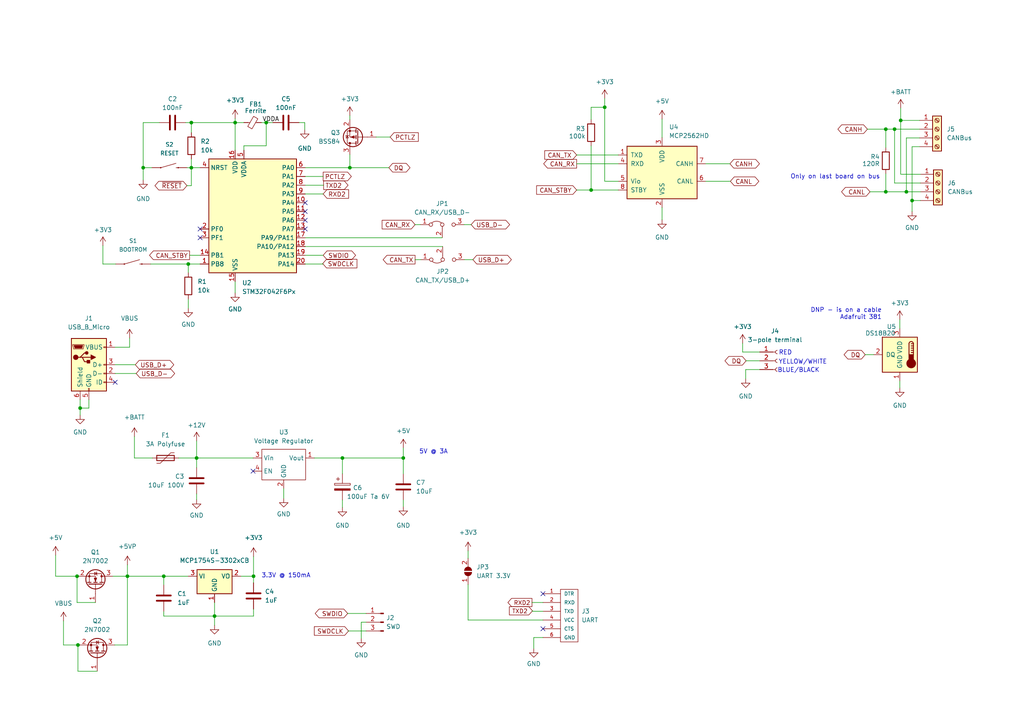
<source format=kicad_sch>
(kicad_sch (version 20211123) (generator eeschema)
  (paper "A4")
  (title_block (title "CANBus DS1820 Sensor") (date "2023-02-28") (rev "1.0") (company "Gavin Hurlbut"))
  (lib_symbols
    (symbol "+BATT_1" (power) (pin_names (offset 0))
      (property "Value" "+BATT_1" (at 0 3.556 0))
      (symbol "+BATT_1_0_1"
        (polyline (pts (xy -0.762 1.27) (xy 0 2.54)))
        (polyline (pts (xy 0 0) (xy 0 2.54)))
        (polyline (pts (xy 0 2.54) (xy 0.762 1.27)))
      )
      (symbol "+BATT_1_1_1"
        (pin power_in line (at 0 0 90) (length 0) hide (name "+BATT") (number "1"))
      )
    )
    (symbol "Beirdo:FTDI-TARGET" (pin_names (offset 1.016))
      (property "Reference" "J?" (at -1.27 1.27 0))
      (property "Value" "FTDI-TARGET" (at -6.35 -17.78 0))
      (symbol "FTDI-TARGET_0_1"
        (rectangle (start -2.54 0) (end 2.54 -15.24))
      )
      (symbol "FTDI-TARGET_1_1"
        (pin passive line (at -7.62 -1.27 0) (length 5.08) (name "DTR") (number "1"))
        (pin passive line (at -7.62 -3.81 0) (length 5.08) (name "RXD") (number "2"))
        (pin passive line (at -7.62 -6.35 0) (length 5.08) (name "TXD") (number "3"))
        (pin passive line (at -7.62 -8.89 0) (length 5.08) (name "VCC") (number "4"))
        (pin passive line (at -7.62 -11.43 0) (length 5.08) (name "CTS") (number "5"))
        (pin passive line (at -7.62 -13.97 0) (length 5.08) (name "GND") (number "6"))
      )
    )
    (symbol "Beirdo:MOMENTARY-SWITCH-SPST-PTH-6.0MM" (pin_numbers hide) (pin_names (offset 1.016) hide)
      (property "Reference" "S1" (at 0 6.731 0))
      (property "Value" "MOMENTARY-SWITCH-SPST-PTH-6.0MM" (at 0 4.191 0))
      (symbol "MOMENTARY-SWITCH-SPST-PTH-6.0MM_1_0"
        (polyline (pts (xy -2.54 0) (xy 1.905 1.27)))
        (polyline (pts (xy 1.905 0) (xy 2.54 0)))
      )
      (symbol "MOMENTARY-SWITCH-SPST-PTH-6.0MM_1_1"
        (circle (center -2.54 0) (radius 0.127) (fill (type outline)))
        (circle (center 2.54 0) (radius 0.127) (fill (type outline)))
        (pin passive line (at -5.08 0 0) (length 2.54) (name "1") (number "1"))
        (pin passive line (at -5.08 -1.27 0) (length 2.54) hide (name "1") (number "2"))
        (pin passive line (at 5.08 0 180) (length 2.54) (name "2") (number "3"))
        (pin passive line (at 5.08 -1.27 180) (length 2.54) hide (name "2") (number "4"))
      )
    )
    (symbol "Beirdo:Switching_Regulator_Module"
      (property "Reference" "U?" (at 0 5.08 0))
      (property "Value" "Switching_Regulator_Module" (at 0 2.54 0))
      (symbol "Switching_Regulator_Module_0_1"
        (rectangle (start -6.35 0) (end 6.35 -8.89))
      )
      (symbol "Switching_Regulator_Module_1_1"
        (pin power_out line (at 8.89 -2.54 180) (length 2.54) (name "Vout") (number "1"))
        (pin passive line (at 0 -11.43 90) (length 2.54) (name "GND") (number "2"))
        (pin power_in line (at -8.89 -2.54 0) (length 2.54) (name "Vin") (number "3"))
        (pin input line (at -8.89 -6.35 0) (length 2.54) (name "EN") (number "4"))
      )
    )
    (symbol "Connector:Conn_01x03_Female" (pin_names (offset 1.016) hide)
      (property "Reference" "J" (at 0 5.08 0))
      (property "Value" "Conn_01x03_Female" (at 0 -5.08 0))
      (symbol "Conn_01x03_Female_1_1"
        (arc (start 0 -2.032) (mid -0.508 -2.54) (end 0 -3.048) (stroke (width 0.1524)))
        (polyline (pts (xy -1.27 -2.54) (xy -0.508 -2.54)) (stroke (width 0.1524)))
        (polyline (pts (xy -1.27 0) (xy -0.508 0)) (stroke (width 0.1524)))
        (polyline (pts (xy -1.27 2.54) (xy -0.508 2.54)) (stroke (width 0.1524)))
        (arc (start 0 0.508) (mid -0.508 0) (end 0 -0.508) (stroke (width 0.1524)))
        (arc (start 0 3.048) (mid -0.508 2.54) (end 0 2.032) (stroke (width 0.1524)))
        (pin passive line (at -5.08 2.54 0) (length 3.81) (name "Pin_1") (number "1"))
        (pin passive line (at -5.08 0 0) (length 3.81) (name "Pin_2") (number "2"))
        (pin passive line (at -5.08 -2.54 0) (length 3.81) (name "Pin_3") (number "3"))
      )
    )
    (symbol "Connector:Conn_01x03_Male" (pin_names (offset 1.016) hide)
      (property "Reference" "J" (at 0 5.08 0))
      (property "Value" "Conn_01x03_Male" (at 0 -5.08 0))
      (symbol "Conn_01x03_Male_1_1"
        (polyline (pts (xy 1.27 -2.54) (xy 0.8636 -2.54)) (stroke (width 0.1524)))
        (polyline (pts (xy 1.27 0) (xy 0.8636 0)) (stroke (width 0.1524)))
        (polyline (pts (xy 1.27 2.54) (xy 0.8636 2.54)) (stroke (width 0.1524)))
        (rectangle (start 0.8636 -2.413) (end 0 -2.667) (stroke (width 0.1524)) (fill (type outline)))
        (rectangle (start 0.8636 0.127) (end 0 -0.127) (stroke (width 0.1524)) (fill (type outline)))
        (rectangle (start 0.8636 2.667) (end 0 2.413) (stroke (width 0.1524)) (fill (type outline)))
        (pin passive line (at 5.08 2.54 180) (length 3.81) (name "Pin_1") (number "1"))
        (pin passive line (at 5.08 0 180) (length 3.81) (name "Pin_2") (number "2"))
        (pin passive line (at 5.08 -2.54 180) (length 3.81) (name "Pin_3") (number "3"))
      )
    )
    (symbol "Connector:Screw_Terminal_01x04" (pin_names (offset 1.016) hide)
      (property "Reference" "J" (at 0 5.08 0))
      (property "Value" "Screw_Terminal_01x04" (at 0 -7.62 0))
      (symbol "Screw_Terminal_01x04_1_1"
        (rectangle (start -1.27 3.81) (end 1.27 -6.35) (stroke (width 0.254)) (fill (type background)))
        (circle (center 0 -5.08) (radius 0.635) (stroke (width 0.1524)))
        (circle (center 0 -2.54) (radius 0.635) (stroke (width 0.1524)))
        (polyline (pts (xy -0.5334 -4.7498) (xy 0.3302 -5.588)) (stroke (width 0.1524)))
        (polyline (pts (xy -0.5334 -2.2098) (xy 0.3302 -3.048)) (stroke (width 0.1524)))
        (polyline (pts (xy -0.5334 0.3302) (xy 0.3302 -0.508)) (stroke (width 0.1524)))
        (polyline (pts (xy -0.5334 2.8702) (xy 0.3302 2.032)) (stroke (width 0.1524)))
        (polyline (pts (xy -0.3556 -4.572) (xy 0.508 -5.4102)) (stroke (width 0.1524)))
        (polyline (pts (xy -0.3556 -2.032) (xy 0.508 -2.8702)) (stroke (width 0.1524)))
        (polyline (pts (xy -0.3556 0.508) (xy 0.508 -0.3302)) (stroke (width 0.1524)))
        (polyline (pts (xy -0.3556 3.048) (xy 0.508 2.2098)) (stroke (width 0.1524)))
        (circle (center 0 0) (radius 0.635) (stroke (width 0.1524)))
        (circle (center 0 2.54) (radius 0.635) (stroke (width 0.1524)))
        (pin passive line (at -5.08 2.54 0) (length 3.81) (name "Pin_1") (number "1"))
        (pin passive line (at -5.08 0 0) (length 3.81) (name "Pin_2") (number "2"))
        (pin passive line (at -5.08 -2.54 0) (length 3.81) (name "Pin_3") (number "3"))
        (pin passive line (at -5.08 -5.08 0) (length 3.81) (name "Pin_4") (number "4"))
      )
    )
    (symbol "Connector:USB_B_Micro" (pin_names (offset 1.016))
      (property "Reference" "J" (at -5.08 11.43 0))
      (property "Value" "USB_B_Micro" (at -5.08 8.89 0))
      (symbol "USB_B_Micro_0_1"
        (rectangle (start -5.08 -7.62) (end 5.08 7.62) (stroke (width 0.254)) (fill (type background)))
        (circle (center -3.81 2.159) (radius 0.635) (stroke (width 0.254)) (fill (type outline)))
        (circle (center -0.635 3.429) (radius 0.381) (stroke (width 0.254)) (fill (type outline)))
        (rectangle (start -0.127 -7.62) (end 0.127 -6.858))
        (polyline (pts (xy -1.905 2.159) (xy 0.635 2.159)) (stroke (width 0.254)))
        (polyline (pts (xy -3.175 2.159) (xy -2.54 2.159) (xy -1.27 3.429) (xy -0.635 3.429)) (stroke (width 0.254)))
        (polyline (pts (xy -2.54 2.159) (xy -1.905 2.159) (xy -1.27 0.889) (xy 0 0.889)) (stroke (width 0.254)))
        (polyline (pts (xy 0.635 2.794) (xy 0.635 1.524) (xy 1.905 2.159) (xy 0.635 2.794)) (stroke (width 0.254)) (fill (type outline)))
        (polyline (pts (xy -4.318 5.588) (xy -1.778 5.588) (xy -2.032 4.826) (xy -4.064 4.826) (xy -4.318 5.588)) (fill (type outline)))
        (polyline (pts (xy -4.699 5.842) (xy -4.699 5.588) (xy -4.445 4.826) (xy -4.445 4.572) (xy -1.651 4.572) (xy -1.651 4.826) (xy -1.397 5.588) (xy -1.397 5.842) (xy -4.699 5.842)))
        (rectangle (start 0.254 1.27) (end -0.508 0.508) (stroke (width 0.254)) (fill (type outline)))
        (rectangle (start 5.08 -5.207) (end 4.318 -4.953))
        (rectangle (start 5.08 -2.667) (end 4.318 -2.413))
        (rectangle (start 5.08 -0.127) (end 4.318 0.127))
        (rectangle (start 5.08 4.953) (end 4.318 5.207))
      )
      (symbol "USB_B_Micro_1_1"
        (pin power_out line (at 7.62 5.08 180) (length 2.54) (name "VBUS") (number "1"))
        (pin bidirectional line (at 7.62 -2.54 180) (length 2.54) (name "D-") (number "2"))
        (pin bidirectional line (at 7.62 0 180) (length 2.54) (name "D+") (number "3"))
        (pin passive line (at 7.62 -5.08 180) (length 2.54) (name "ID") (number "4"))
        (pin power_out line (at 0 -10.16 90) (length 2.54) (name "GND") (number "5"))
        (pin passive line (at -2.54 -10.16 90) (length 2.54) (name "Shield") (number "6"))
      )
    )
    (symbol "Device:C" (pin_numbers hide) (pin_names (offset 0.254))
      (property "Reference" "C" (at 0.635 2.54 0))
      (property "Value" "C" (at 0.635 -2.54 0))
      (symbol "C_0_1"
        (polyline (pts (xy -2.032 -0.762) (xy 2.032 -0.762)) (stroke (width 0.508)))
        (polyline (pts (xy -2.032 0.762) (xy 2.032 0.762)) (stroke (width 0.508)))
      )
      (symbol "C_1_1"
        (pin passive line (at 0 3.81 270) (length 2.794) (name "~") (number "1"))
        (pin passive line (at 0 -3.81 90) (length 2.794) (name "~") (number "2"))
      )
    )
    (symbol "Device:C_Polarized" (pin_numbers hide) (pin_names (offset 0.254))
      (property "Reference" "C" (at 0.635 2.54 0))
      (property "Value" "C_Polarized" (at 0.635 -2.54 0))
      (symbol "C_Polarized_0_1"
        (rectangle (start -2.286 0.508) (end 2.286 1.016))
        (polyline (pts (xy -1.778 2.286) (xy -0.762 2.286)))
        (polyline (pts (xy -1.27 2.794) (xy -1.27 1.778)))
        (rectangle (start 2.286 -0.508) (end -2.286 -1.016) (fill (type outline)))
      )
      (symbol "C_Polarized_1_1"
        (pin passive line (at 0 3.81 270) (length 2.794) (name "~") (number "1"))
        (pin passive line (at 0 -3.81 90) (length 2.794) (name "~") (number "2"))
      )
    )
    (symbol "Device:FerriteBead_Small" (pin_numbers hide) (pin_names (offset 0))
      (property "Reference" "FB" (at 1.905 1.27 0))
      (property "Value" "FerriteBead_Small" (at 1.905 -1.27 0))
      (symbol "FerriteBead_Small_0_1"
        (polyline (pts (xy 0 -1.27) (xy 0 -0.7874)))
        (polyline (pts (xy 0 0.889) (xy 0 1.2954)))
        (polyline (pts (xy -1.8288 0.2794) (xy -1.1176 1.4986) (xy 1.8288 -0.2032) (xy 1.1176 -1.4224) (xy -1.8288 0.2794)))
      )
      (symbol "FerriteBead_Small_1_1"
        (pin passive line (at 0 2.54 270) (length 1.27) (name "~") (number "1"))
        (pin passive line (at 0 -2.54 90) (length 1.27) (name "~") (number "2"))
      )
    )
    (symbol "Device:Polyfuse" (pin_numbers hide) (pin_names (offset 0))
      (property "Reference" "F" (at -2.54 0 90))
      (property "Value" "Polyfuse" (at 2.54 0 90))
      (symbol "Polyfuse_0_1"
        (rectangle (start -0.762 2.54) (end 0.762 -2.54) (stroke (width 0.254)))
        (polyline (pts (xy 0 2.54) (xy 0 -2.54)))
        (polyline (pts (xy -1.524 2.54) (xy -1.524 1.524) (xy 1.524 -1.524) (xy 1.524 -2.54)))
      )
      (symbol "Polyfuse_1_1"
        (pin passive line (at 0 3.81 270) (length 1.27) (name "~") (number "1"))
        (pin passive line (at 0 -3.81 90) (length 1.27) (name "~") (number "2"))
      )
    )
    (symbol "Device:R" (pin_numbers hide) (pin_names (offset 0))
      (property "Reference" "R" (at 2.032 0 90))
      (property "Value" "R" (at 0 0 90))
      (symbol "R_0_1"
        (rectangle (start -1.016 -2.54) (end 1.016 2.54) (stroke (width 0.254)))
      )
      (symbol "R_1_1"
        (pin passive line (at 0 3.81 270) (length 1.27) (name "~") (number "1"))
        (pin passive line (at 0 -3.81 90) (length 1.27) (name "~") (number "2"))
      )
    )
    (symbol "GND_2" (power) (pin_names (offset 0))
      (property "Value" "GND_2" (at 0 -3.81 0))
      (symbol "GND_2_0_1"
        (polyline (pts (xy 0 0) (xy 0 -1.27) (xy 1.27 -1.27) (xy 0 -2.54) (xy -1.27 -1.27) (xy 0 -1.27)))
      )
      (symbol "GND_2_1_1"
        (pin power_in line (at 0 0 270) (length 0) hide (name "GND") (number "1"))
      )
    )
    (symbol "Interface_CAN_LIN:MCP2562-H-SN" (pin_names (offset 1.016))
      (property "Reference" "U" (at -10.16 8.89 0))
      (property "Value" "MCP2562-H-SN" (at 2.54 8.89 0))
      (symbol "MCP2562-H-SN_0_1"
        (rectangle (start -10.16 7.62) (end 10.16 -7.62) (stroke (width 0.254)) (fill (type background)))
      )
      (symbol "MCP2562-H-SN_1_1"
        (pin input line (at -12.7 5.08 0) (length 2.54) (name "TXD") (number "1"))
        (pin power_in line (at 0 -10.16 90) (length 2.54) (name "VSS") (number "2"))
        (pin power_in line (at 0 10.16 270) (length 2.54) (name "VDD") (number "3"))
        (pin output line (at -12.7 2.54 0) (length 2.54) (name "RXD") (number "4"))
        (pin power_in line (at -12.7 -2.54 0) (length 2.54) (name "Vio") (number "5"))
        (pin bidirectional line (at 12.7 -2.54 180) (length 2.54) (name "CANL") (number "6"))
        (pin bidirectional line (at 12.7 2.54 180) (length 2.54) (name "CANH") (number "7"))
        (pin input line (at -12.7 -5.08 0) (length 2.54) (name "STBY") (number "8"))
      )
    )
    (symbol "Jumper:Jumper_3_Bridged12" (pin_names (offset 0) hide)
      (property "Reference" "JP" (at -2.54 -2.54 0))
      (property "Value" "Jumper_3_Bridged12" (at 0 2.794 0))
      (symbol "Jumper_3_Bridged12_0_0"
        (circle (center -3.302 0) (radius 0.508))
        (circle (center 0 0) (radius 0.508))
        (circle (center 3.302 0) (radius 0.508))
      )
      (symbol "Jumper_3_Bridged12_0_1"
        (arc (start -0.254 0.508) (mid -1.651 0.9912) (end -3.048 0.508))
        (polyline (pts (xy 0 -1.27) (xy 0 -0.508)))
      )
      (symbol "Jumper_3_Bridged12_1_1"
        (pin passive line (at -6.35 0 0) (length 2.54) (name "A") (number "1"))
        (pin passive line (at 0 -3.81 90) (length 2.54) (name "C") (number "2"))
        (pin passive line (at 6.35 0 180) (length 2.54) (name "B") (number "3"))
      )
    )
    (symbol "Jumper:SolderJumper_2_Open" (pin_names (offset 0) hide)
      (property "Reference" "JP" (at 0 2.032 0))
      (property "Value" "SolderJumper_2_Open" (at 0 -2.54 0))
      (symbol "SolderJumper_2_Open_0_1"
        (arc (start -0.254 1.016) (mid -1.27 0) (end -0.254 -1.016))
        (arc (start -0.254 1.016) (mid -1.27 0) (end -0.254 -1.016) (fill (type outline)))
        (polyline (pts (xy -0.254 1.016) (xy -0.254 -1.016)))
        (polyline (pts (xy 0.254 1.016) (xy 0.254 -1.016)))
        (arc (start 0.254 -1.016) (mid 1.27 0) (end 0.254 1.016))
        (arc (start 0.254 -1.016) (mid 1.27 0) (end 0.254 1.016) (fill (type outline)))
      )
      (symbol "SolderJumper_2_Open_1_1"
        (pin passive line (at -3.81 0 0) (length 2.54) (name "A") (number "1"))
        (pin passive line (at 3.81 0 180) (length 2.54) (name "B") (number "2"))
      )
    )
    (symbol "MCU_ST_STM32F0:STM32F042F6Px"
      (property "Reference" "U" (at -12.7 16.51 0))
      (property "Value" "STM32F042F6Px" (at 0 16.51 0))
      (symbol "STM32F042F6Px_0_1"
        (rectangle (start -12.7 -17.78) (end 12.7 15.24) (stroke (width 0.254)) (fill (type background)))
      )
      (symbol "STM32F042F6Px_1_1"
        (pin bidirectional line (at -15.24 -15.24 0) (length 2.54) (name "PB8") (number "1"))
        (pin bidirectional line (at 15.24 2.54 180) (length 2.54) (name "PA4") (number "10"))
        (pin bidirectional line (at 15.24 0 180) (length 2.54) (name "PA5") (number "11"))
        (pin bidirectional line (at 15.24 -2.54 180) (length 2.54) (name "PA6") (number "12"))
        (pin bidirectional line (at 15.24 -5.08 180) (length 2.54) (name "PA7") (number "13"))
        (pin bidirectional line (at -15.24 -12.7 0) (length 2.54) (name "PB1") (number "14"))
        (pin power_in line (at -5.08 -20.32 90) (length 2.54) (name "VSS") (number "15"))
        (pin power_in line (at -5.08 17.78 270) (length 2.54) (name "VDD") (number "16"))
        (pin bidirectional line (at 15.24 -7.62 180) (length 2.54) (name "PA9/PA11") (number "17"))
        (pin bidirectional line (at 15.24 -10.16 180) (length 2.54) (name "PA10/PA12") (number "18"))
        (pin bidirectional line (at 15.24 -12.7 180) (length 2.54) (name "PA13") (number "19"))
        (pin input line (at -15.24 -5.08 0) (length 2.54) (name "PF0") (number "2"))
        (pin bidirectional line (at 15.24 -15.24 180) (length 2.54) (name "PA14") (number "20"))
        (pin input line (at -15.24 -7.62 0) (length 2.54) (name "PF1") (number "3"))
        (pin input line (at -15.24 12.7 0) (length 2.54) (name "NRST") (number "4"))
        (pin power_in line (at -2.54 17.78 270) (length 2.54) (name "VDDA") (number "5"))
        (pin bidirectional line (at 15.24 12.7 180) (length 2.54) (name "PA0") (number "6"))
        (pin bidirectional line (at 15.24 10.16 180) (length 2.54) (name "PA1") (number "7"))
        (pin bidirectional line (at 15.24 7.62 180) (length 2.54) (name "PA2") (number "8"))
        (pin bidirectional line (at 15.24 5.08 180) (length 2.54) (name "PA3") (number "9"))
      )
    )
    (symbol "Regulator_Linear:MCP1754S-3302xCB"
      (property "Reference" "U" (at -3.81 3.175 0))
      (property "Value" "MCP1754S-3302xCB" (at -0.635 3.175 0))
      (symbol "MCP1754S-3302xCB_0_1"
        (rectangle (start -5.08 -5.08) (end 5.08 1.905) (stroke (width 0.254)) (fill (type background)))
      )
      (symbol "MCP1754S-3302xCB_1_1"
        (pin power_in line (at 0 -7.62 90) (length 2.54) (name "GND") (number "1"))
        (pin power_out line (at 7.62 0 180) (length 2.54) (name "VO") (number "2"))
        (pin power_in line (at -7.62 0 0) (length 2.54) (name "VI") (number "3"))
      )
    )
    (symbol "Sensor_Temperature:DS18B20" (pin_names (offset 1.016))
      (property "Reference" "U" (at -3.81 6.35 0))
      (property "Value" "DS18B20" (at 6.35 6.35 0))
      (symbol "DS18B20_0_1"
        (rectangle (start -5.08 5.08) (end 5.08 -5.08) (stroke (width 0.254)) (fill (type background)))
        (circle (center -3.302 -2.54) (radius 1.27) (stroke (width 0.254)) (fill (type outline)))
        (rectangle (start -2.667 -1.905) (end -3.937 0) (stroke (width 0.254)) (fill (type outline)))
        (arc (start -2.667 3.175) (mid -3.302 3.81) (end -3.937 3.175) (stroke (width 0.254)))
        (polyline (pts (xy -3.937 0.635) (xy -3.302 0.635)) (stroke (width 0.254)))
        (polyline (pts (xy -3.937 1.27) (xy -3.302 1.27)) (stroke (width 0.254)))
        (polyline (pts (xy -3.937 1.905) (xy -3.302 1.905)) (stroke (width 0.254)))
        (polyline (pts (xy -3.937 2.54) (xy -3.302 2.54)) (stroke (width 0.254)))
        (polyline (pts (xy -3.937 3.175) (xy -3.937 0)) (stroke (width 0.254)))
        (polyline (pts (xy -3.937 3.175) (xy -3.302 3.175)) (stroke (width 0.254)))
        (polyline (pts (xy -2.667 3.175) (xy -2.667 0)) (stroke (width 0.254)))
      )
      (symbol "DS18B20_1_1"
        (pin power_in line (at 0 -7.62 90) (length 2.54) (name "GND") (number "1"))
        (pin bidirectional line (at 7.62 0 180) (length 2.54) (name "DQ") (number "2"))
        (pin power_in line (at 0 7.62 270) (length 2.54) (name "VDD") (number "3"))
      )
    )
    (symbol "Transistor_FET:2N7002" (pin_names hide)
      (property "Reference" "Q" (at 5.08 1.905 0))
      (property "Value" "2N7002" (at 5.08 0 0))
      (symbol "2N7002_0_1"
        (polyline (pts (xy 0.254 0) (xy -2.54 0)))
        (polyline (pts (xy 0.254 1.905) (xy 0.254 -1.905)) (stroke (width 0.254)))
        (polyline (pts (xy 0.762 -1.27) (xy 0.762 -2.286)) (stroke (width 0.254)))
        (polyline (pts (xy 0.762 0.508) (xy 0.762 -0.508)) (stroke (width 0.254)))
        (polyline (pts (xy 0.762 2.286) (xy 0.762 1.27)) (stroke (width 0.254)))
        (polyline (pts (xy 2.54 2.54) (xy 2.54 1.778)))
        (polyline (pts (xy 2.54 -2.54) (xy 2.54 0) (xy 0.762 0)))
        (polyline (pts (xy 0.762 -1.778) (xy 3.302 -1.778) (xy 3.302 1.778) (xy 0.762 1.778)))
        (polyline (pts (xy 1.016 0) (xy 2.032 0.381) (xy 2.032 -0.381) (xy 1.016 0)) (fill (type outline)))
        (polyline (pts (xy 2.794 0.508) (xy 2.921 0.381) (xy 3.683 0.381) (xy 3.81 0.254)))
        (polyline (pts (xy 3.302 0.381) (xy 2.921 -0.254) (xy 3.683 -0.254) (xy 3.302 0.381)))
        (circle (center 1.651 0) (radius 2.794) (stroke (width 0.254)))
        (circle (center 2.54 -1.778) (radius 0.254) (fill (type outline)))
        (circle (center 2.54 1.778) (radius 0.254) (fill (type outline)))
      )
      (symbol "2N7002_1_1"
        (pin input line (at -5.08 0 0) (length 2.54) (name "G") (number "1"))
        (pin passive line (at 2.54 -5.08 90) (length 2.54) (name "S") (number "2"))
        (pin passive line (at 2.54 5.08 270) (length 2.54) (name "D") (number "3"))
      )
    )
    (symbol "Transistor_FET:BSS84" (pin_names hide)
      (property "Reference" "Q" (at 5.08 1.905 0))
      (property "Value" "BSS84" (at 5.08 0 0))
      (symbol "BSS84_0_1"
        (polyline (pts (xy 0.254 0) (xy -2.54 0)))
        (polyline (pts (xy 0.254 1.905) (xy 0.254 -1.905)) (stroke (width 0.254)))
        (polyline (pts (xy 0.762 -1.27) (xy 0.762 -2.286)) (stroke (width 0.254)))
        (polyline (pts (xy 0.762 0.508) (xy 0.762 -0.508)) (stroke (width 0.254)))
        (polyline (pts (xy 0.762 2.286) (xy 0.762 1.27)) (stroke (width 0.254)))
        (polyline (pts (xy 2.54 2.54) (xy 2.54 1.778)))
        (polyline (pts (xy 2.54 -2.54) (xy 2.54 0) (xy 0.762 0)))
        (polyline (pts (xy 0.762 1.778) (xy 3.302 1.778) (xy 3.302 -1.778) (xy 0.762 -1.778)))
        (polyline (pts (xy 2.286 0) (xy 1.27 0.381) (xy 1.27 -0.381) (xy 2.286 0)) (fill (type outline)))
        (polyline (pts (xy 2.794 -0.508) (xy 2.921 -0.381) (xy 3.683 -0.381) (xy 3.81 -0.254)))
        (polyline (pts (xy 3.302 -0.381) (xy 2.921 0.254) (xy 3.683 0.254) (xy 3.302 -0.381)))
        (circle (center 1.651 0) (radius 2.794) (stroke (width 0.254)))
        (circle (center 2.54 -1.778) (radius 0.254) (fill (type outline)))
        (circle (center 2.54 1.778) (radius 0.254) (fill (type outline)))
      )
      (symbol "BSS84_1_1"
        (pin input line (at -5.08 0 0) (length 2.54) (name "G") (number "1"))
        (pin passive line (at 2.54 -5.08 90) (length 2.54) (name "S") (number "2"))
        (pin passive line (at 2.54 5.08 270) (length 2.54) (name "D") (number "3"))
      )
    )
    (symbol "power:+12V" (power) (pin_names (offset 0))
      (property "Value" "+12V" (at 0 3.556 0))
      (symbol "+12V_0_1"
        (polyline (pts (xy -0.762 1.27) (xy 0 2.54)))
        (polyline (pts (xy 0 0) (xy 0 2.54)))
        (polyline (pts (xy 0 2.54) (xy 0.762 1.27)))
      )
      (symbol "+12V_1_1"
        (pin power_in line (at 0 0 90) (length 0) hide (name "+12V") (number "1"))
      )
    )
    (symbol "power:+3V3" (power) (pin_names (offset 0))
      (property "Value" "+3V3" (at 0 3.556 0))
      (symbol "+3V3_0_1"
        (polyline (pts (xy -0.762 1.27) (xy 0 2.54)))
        (polyline (pts (xy 0 0) (xy 0 2.54)))
        (polyline (pts (xy 0 2.54) (xy 0.762 1.27)))
      )
      (symbol "+3V3_1_1"
        (pin power_in line (at 0 0 90) (length 0) hide (name "+3V3") (number "1"))
      )
    )
    (symbol "power:+5V" (power) (pin_names (offset 0))
      (property "Value" "+5V" (at 0 3.556 0))
      (symbol "+5V_0_1"
        (polyline (pts (xy -0.762 1.27) (xy 0 2.54)))
        (polyline (pts (xy 0 0) (xy 0 2.54)))
        (polyline (pts (xy 0 2.54) (xy 0.762 1.27)))
      )
      (symbol "+5V_1_1"
        (pin power_in line (at 0 0 90) (length 0) hide (name "+5V") (number "1"))
      )
    )
    (symbol "power:+5VP" (power) (pin_names (offset 0))
      (property "Value" "+5VP" (at 0 3.556 0))
      (symbol "+5VP_0_1"
        (polyline (pts (xy -0.762 1.27) (xy 0 2.54)))
        (polyline (pts (xy 0 0) (xy 0 2.54)))
        (polyline (pts (xy 0 2.54) (xy 0.762 1.27)))
      )
      (symbol "+5VP_1_1"
        (pin power_in line (at 0 0 90) (length 0) hide (name "+5VP") (number "1"))
      )
    )
    (symbol "power:+BATT" (power) (pin_names (offset 0))
      (property "Value" "+BATT" (at 0 3.556 0))
      (symbol "+BATT_0_1"
        (polyline (pts (xy -0.762 1.27) (xy 0 2.54)))
        (polyline (pts (xy 0 0) (xy 0 2.54)))
        (polyline (pts (xy 0 2.54) (xy 0.762 1.27)))
      )
      (symbol "+BATT_1_1"
        (pin power_in line (at 0 0 90) (length 0) hide (name "+BATT") (number "1"))
      )
    )
    (symbol "power:GND" (power) (pin_names (offset 0))
      (property "Value" "GND" (at 0 -3.81 0))
      (symbol "GND_0_1"
        (polyline (pts (xy 0 0) (xy 0 -1.27) (xy 1.27 -1.27) (xy 0 -2.54) (xy -1.27 -1.27) (xy 0 -1.27)))
      )
      (symbol "GND_1_1"
        (pin power_in line (at 0 0 270) (length 0) hide (name "GND") (number "1"))
      )
    )
    (symbol "power:VBUS" (power) (pin_names (offset 0))
      (property "Value" "VBUS" (at 0 3.81 0))
      (symbol "VBUS_0_1"
        (polyline (pts (xy -0.762 1.27) (xy 0 2.54)))
        (polyline (pts (xy 0 0) (xy 0 2.54)))
        (polyline (pts (xy 0 2.54) (xy 0.762 1.27)))
      )
      (symbol "VBUS_1_1"
        (pin power_in line (at 0 0 90) (length 0) hide (name "VBUS") (number "1"))
      )
    )
  )
  (junction (at 261.239 34.925))
  (junction (at 22.352 167.132))
  (junction (at 36.957 167.132))
  (junction (at 47.498 167.132))
  (junction (at 256.921 55.626))
  (junction (at 256.921 37.465))
  (junction (at 55.499 48.641))
  (junction (at 264.541 58.166))
  (junction (at 262.89 55.626))
  (junction (at 101.473 48.641))
  (junction (at 62.23 178.689))
  (junction (at 116.967 132.842))
  (junction (at 54.61 76.581))
  (junction (at 77.216 35.56))
  (junction (at 259.461 37.465))
  (junction (at 41.529 48.641))
  (junction (at 99.314 132.842))
  (junction (at 175.387 31.115))
  (junction (at 55.499 35.56))
  (junction (at 57.023 132.842))
  (junction (at 23.241 118.364))
  (junction (at 22.606 187.071))
  (junction (at 171.45 55.118))
  (junction (at 68.199 35.56))
  (junction (at 73.533 167.132))
  (no_connect (at 157.48 172.212))
  (no_connect (at 88.519 63.881))
  (no_connect (at 157.48 182.372))
  (no_connect (at 88.519 58.801))
  (no_connect (at 58.039 68.961))
  (no_connect (at 88.519 66.421))
  (no_connect (at 33.401 110.871))
  (no_connect (at 58.039 66.421))
  (no_connect (at 88.519 61.341))
  (no_connect (at 73.406 136.652))
  (wire (pts (xy 261.239 50.546) (xy 266.954 50.546)))
  (wire (pts (xy 33.401 105.791) (xy 39.243 105.791)))
  (wire (pts (xy 88.519 68.961) (xy 128.27 68.961)))
  (wire (pts (xy 77.216 35.56) (xy 79.121 35.56)))
  (wire (pts (xy 68.199 81.661) (xy 68.199 84.963)))
  (wire (pts (xy 215.392 102.108) (xy 215.392 99.568)))
  (wire (pts (xy 44.069 48.641) (xy 41.529 48.641)))
  (wire (pts (xy 55.499 38.481) (xy 55.499 35.56)))
  (wire (pts (xy 88.519 48.641) (xy 101.473 48.641)))
  (wire (pts (xy 264.541 61.341) (xy 264.541 58.166)))
  (wire (pts (xy 262.89 55.626) (xy 266.954 55.626)))
  (wire (pts (xy 256.921 55.626) (xy 262.89 55.626)))
  (wire (pts (xy 216.281 107.188) (xy 216.281 109.855)))
  (wire (pts (xy 135.763 179.832) (xy 157.48 179.832)))
  (wire (pts (xy 120.396 75.311) (xy 122.047 75.311)))
  (wire (pts (xy 54.229 48.641) (xy 55.499 48.641)))
  (wire (pts (xy 261.239 31.369) (xy 261.239 34.925)))
  (wire (pts (xy 260.985 110.49) (xy 260.985 112.522)))
  (wire (pts (xy 38.989 132.842) (xy 38.989 126.619)))
  (wire (pts (xy 47.498 177.292) (xy 47.498 178.689)))
  (wire (pts (xy 260.985 92.71) (xy 260.985 95.25)))
  (wire (pts (xy 55.499 46.101) (xy 55.499 48.641)))
  (wire (pts (xy 51.816 132.842) (xy 57.023 132.842)))
  (wire (pts (xy 93.599 76.581) (xy 93.599 76.454)))
  (wire (pts (xy 100.965 183.007) (xy 106.172 183.007)))
  (wire (pts (xy 68.199 34.417) (xy 68.199 35.56)))
  (wire (pts (xy 121.92 65.151) (xy 120.396 65.151)))
  (wire (pts (xy 41.529 35.56) (xy 46.228 35.56)))
  (wire (pts (xy 88.519 51.181) (xy 93.726 51.181)))
  (wire (pts (xy 41.529 48.641) (xy 41.529 52.197)))
  (wire (pts (xy 37.592 100.711) (xy 37.592 98.044)))
  (wire (pts (xy 47.498 167.132) (xy 47.498 169.672)))
  (wire (pts (xy 73.533 167.132) (xy 73.533 169.037)))
  (wire (pts (xy 135.763 159.766) (xy 135.763 161.925)))
  (wire (pts (xy 22.606 194.691) (xy 22.606 187.071)))
  (wire (pts (xy 154.432 177.292) (xy 154.432 177.165)))
  (wire (pts (xy 54.61 76.581) (xy 58.039 76.581)))
  (wire (pts (xy 104.775 185.166) (xy 104.775 180.467)))
  (wire (pts (xy 253.365 102.87) (xy 250.952 102.87)))
  (wire (pts (xy 62.23 178.689) (xy 73.533 178.689)))
  (wire (pts (xy 154.813 184.912) (xy 157.48 184.912)))
  (wire (pts (xy 88.519 71.501) (xy 128.397 71.501)))
  (wire (pts (xy 116.967 132.842) (xy 116.967 137.414)))
  (wire (pts (xy 25.781 118.364) (xy 23.241 118.364)))
  (wire (pts (xy 62.23 178.689) (xy 62.23 181.356)))
  (wire (pts (xy 266.7 40.005) (xy 262.89 40.005)))
  (wire (pts (xy 70.739 42.291) (xy 77.216 42.291)))
  (wire (pts (xy 171.45 55.118) (xy 167.259 55.118)))
  (wire (pts (xy 175.387 31.115) (xy 175.387 28.575)))
  (wire (pts (xy 154.813 188.087) (xy 154.813 184.912)))
  (wire (pts (xy 171.45 42.291) (xy 171.45 55.118)))
  (wire (pts (xy 154.305 174.752) (xy 157.48 174.752)))
  (wire (pts (xy 135.763 169.545) (xy 135.763 179.832)))
  (wire (pts (xy 116.967 145.034) (xy 116.967 146.939)))
  (wire (pts (xy 22.352 174.752) (xy 22.352 167.132)))
  (wire (pts (xy 266.954 53.086) (xy 259.461 53.086)))
  (wire (pts (xy 256.921 50.419) (xy 256.921 55.626)))
  (wire (pts (xy 44.196 132.842) (xy 38.989 132.842)))
  (wire (pts (xy 91.186 132.842) (xy 99.314 132.842)))
  (wire (pts (xy 18.415 187.071) (xy 22.606 187.071)))
  (wire (pts (xy 179.324 52.578) (xy 175.387 52.578)))
  (wire (pts (xy 88.519 74.041) (xy 93.726 74.041)))
  (wire (pts (xy 167.259 47.498) (xy 179.324 47.498)))
  (wire (pts (xy 261.239 34.925) (xy 266.7 34.925)))
  (wire (pts (xy 264.541 58.166) (xy 266.954 58.166)))
  (wire (pts (xy 262.89 40.005) (xy 262.89 55.626)))
  (wire (pts (xy 134.747 75.311) (xy 137.16 75.311)))
  (wire (pts (xy 16.129 161.036) (xy 16.129 167.132)))
  (wire (pts (xy 77.216 35.56) (xy 75.819 35.56)))
  (wire (pts (xy 264.541 42.545) (xy 264.541 58.166)))
  (wire (pts (xy 36.957 167.132) (xy 47.498 167.132)))
  (wire (pts (xy 16.129 167.132) (xy 22.352 167.132)))
  (wire (pts (xy 104.775 180.467) (xy 106.172 180.467)))
  (wire (pts (xy 88.392 37.592) (xy 88.392 35.56)))
  (wire (pts (xy 259.461 37.465) (xy 266.7 37.465)))
  (wire (pts (xy 179.324 55.118) (xy 171.45 55.118)))
  (wire (pts (xy 220.345 102.108) (xy 215.392 102.108)))
  (wire (pts (xy 88.392 35.56) (xy 86.741 35.56)))
  (wire (pts (xy 88.519 76.581) (xy 93.599 76.581)))
  (wire (pts (xy 261.239 34.925) (xy 261.239 50.546)))
  (wire (pts (xy 33.274 187.071) (xy 36.957 187.071)))
  (wire (pts (xy 47.498 178.689) (xy 62.23 178.689)))
  (wire (pts (xy 77.216 42.291) (xy 77.216 35.56)))
  (wire (pts (xy 109.093 39.751) (xy 113.157 39.751)))
  (wire (pts (xy 134.62 65.151) (xy 136.652 65.151)))
  (wire (pts (xy 252.349 55.626) (xy 256.921 55.626)))
  (wire (pts (xy 23.241 118.364) (xy 23.241 115.951)))
  (wire (pts (xy 70.739 42.291) (xy 70.739 43.561)))
  (wire (pts (xy 36.957 163.83) (xy 36.957 167.132)))
  (wire (pts (xy 251.587 37.465) (xy 256.921 37.465)))
  (wire (pts (xy 29.845 71.247) (xy 29.845 76.581)))
  (wire (pts (xy 220.345 107.188) (xy 216.281 107.188)))
  (wire (pts (xy 57.023 132.842) (xy 57.023 135.636)))
  (wire (pts (xy 22.352 167.132) (xy 22.606 167.132)))
  (wire (pts (xy 55.499 35.56) (xy 68.199 35.56)))
  (wire (pts (xy 54.61 86.741) (xy 54.61 89.408)))
  (wire (pts (xy 192.024 60.198) (xy 192.024 63.754)))
  (wire (pts (xy 88.519 56.261) (xy 93.726 56.261)))
  (wire (pts (xy 47.498 167.132) (xy 54.61 167.132)))
  (wire (pts (xy 55.499 48.641) (xy 58.039 48.641)))
  (wire (pts (xy 73.533 176.657) (xy 73.533 178.689)))
  (wire (pts (xy 57.023 143.256) (xy 57.023 144.907)))
  (wire (pts (xy 171.45 31.115) (xy 175.387 31.115)))
  (wire (pts (xy 101.473 44.831) (xy 101.473 48.641)))
  (wire (pts (xy 29.845 76.581) (xy 33.528 76.581)))
  (wire (pts (xy 55.499 48.641) (xy 55.499 53.848)))
  (wire (pts (xy 73.533 161.417) (xy 73.533 167.132)))
  (wire (pts (xy 256.921 42.799) (xy 256.921 37.465)))
  (wire (pts (xy 171.45 34.671) (xy 171.45 31.115)))
  (wire (pts (xy 116.967 129.921) (xy 116.967 132.842)))
  (wire (pts (xy 99.314 145.034) (xy 99.314 147.193)))
  (wire (pts (xy 23.241 120.396) (xy 23.241 118.364)))
  (wire (pts (xy 68.199 35.56) (xy 68.199 43.561)))
  (wire (pts (xy 27.686 174.752) (xy 22.352 174.752)))
  (wire (pts (xy 36.957 187.071) (xy 36.957 167.132)))
  (wire (pts (xy 54.229 53.848) (xy 55.499 53.848)))
  (wire (pts (xy 179.324 44.958) (xy 167.259 44.958)))
  (wire (pts (xy 256.921 37.465) (xy 259.461 37.465)))
  (wire (pts (xy 154.432 177.292) (xy 157.48 177.292)))
  (wire (pts (xy 54.61 79.121) (xy 54.61 76.581)))
  (wire (pts (xy 220.345 104.648) (xy 216.408 104.648)))
  (wire (pts (xy 57.023 132.842) (xy 73.406 132.842)))
  (wire (pts (xy 88.519 53.721) (xy 93.853 53.721)))
  (wire (pts (xy 192.024 34.544) (xy 192.024 39.878)))
  (wire (pts (xy 82.296 141.732) (xy 82.296 144.526)))
  (wire (pts (xy 25.781 115.951) (xy 25.781 118.364)))
  (wire (pts (xy 99.314 132.842) (xy 116.967 132.842)))
  (wire (pts (xy 204.724 47.498) (xy 211.709 47.498)))
  (wire (pts (xy 70.739 35.56) (xy 68.199 35.56)))
  (wire (pts (xy 28.194 194.691) (xy 22.606 194.691)))
  (wire (pts (xy 54.61 76.581) (xy 43.688 76.581)))
  (wire (pts (xy 54.991 74.041) (xy 58.039 74.041)))
  (wire (pts (xy 33.401 108.331) (xy 39.497 108.331)))
  (wire (pts (xy 266.7 42.545) (xy 264.541 42.545)))
  (wire (pts (xy 41.529 35.56) (xy 41.529 48.641)))
  (wire (pts (xy 204.724 52.578) (xy 211.836 52.578)))
  (wire (pts (xy 57.023 127.889) (xy 57.023 132.842)))
  (wire (pts (xy 101.473 33.528) (xy 101.473 34.671)))
  (wire (pts (xy 101.473 48.641) (xy 112.776 48.641)))
  (wire (pts (xy 100.838 177.927) (xy 106.172 177.927)))
  (wire (pts (xy 18.415 180.086) (xy 18.415 187.071)))
  (wire (pts (xy 99.314 132.842) (xy 99.314 137.414)))
  (wire (pts (xy 53.848 35.56) (xy 55.499 35.56)))
  (wire (pts (xy 69.85 167.132) (xy 73.533 167.132)))
  (wire (pts (xy 32.766 167.132) (xy 36.957 167.132)))
  (wire (pts (xy 33.401 100.711) (xy 37.592 100.711)))
  (wire (pts (xy 22.606 187.071) (xy 23.114 187.071)))
  (wire (pts (xy 62.23 174.752) (xy 62.23 178.689)))
  (wire (pts (xy 259.461 53.086) (xy 259.461 37.465)))
  (wire (pts (xy 175.387 52.578) (xy 175.387 31.115)))
  (text "5V @ 3A" (at 129.921 131.826 180) (effects (font (size 1.27 1.27)) (justify right bottom)))
  (text "Only on last board on bus" (at 255.27 52.07 180) (effects (font (size 1.27 1.27)) (justify right bottom)))
  (text "BLUE/BLACK" (at 237.744 108.204 180) (effects (font (size 1.27 1.27)) (justify right bottom)))
  (text "YELLOW/WHITE" (at 239.903 105.791 180) (effects (font (size 1.27 1.27)) (justify right bottom)))
  (text "RED" (at 229.743 103.124 180) (effects (font (size 1.27 1.27)) (justify right bottom)))
  (text "DNP - is on a cable\nAdafruit 381" (at 255.778 92.837 180) (effects (font (size 1.27 1.27)) (justify right bottom)))
  (text "3.3V @ 150mA" (at 75.819 167.767 0) (effects (font (size 1.27 1.27)) (justify left bottom)))
  (label "VDDA" (at 76.073 35.56 0))
  (global_label "DQ" (shape bidirectional) (at 216.408 104.648 180) (property "Intersheet References" "${INTERSHEET_REFS}" (effects hide)))
  (global_label "TXD2" (shape input) (at 154.432 177.165 180) (effects (font (size 1.2 1.2))) (property "Intersheet References" "${INTERSHEET_REFS}" (effects hide)))
  (global_label "CANH" (shape bidirectional) (at 211.709 47.498 0) (property "Intersheet References" "${INTERSHEET_REFS}" (effects hide)))
  (global_label "USB_D-" (shape bidirectional) (at 39.497 108.331 0) (property "Intersheet References" "${INTERSHEET_REFS}" (effects hide)))
  (global_label "CAN_STBY" (shape input) (at 167.259 55.118 180) (property "Intersheet References" "${INTERSHEET_REFS}" (effects hide)))
  (global_label "PCTLZ" (shape input) (at 113.157 39.751 0) (property "Intersheet References" "${INTERSHEET_REFS}" (effects hide)))
  (global_label "USB_D+" (shape bidirectional) (at 39.243 105.791 0) (property "Intersheet References" "${INTERSHEET_REFS}" (effects hide)))
  (global_label "USB_D-" (shape bidirectional) (at 136.652 65.151 0) (property "Intersheet References" "${INTERSHEET_REFS}" (effects hide)))
  (global_label "CANH" (shape bidirectional) (at 251.587 37.465 180) (property "Intersheet References" "${INTERSHEET_REFS}" (effects hide)))
  (global_label "~{RESET}" (shape bidirectional) (at 54.229 53.848 180) (property "Intersheet References" "${INTERSHEET_REFS}" (effects hide)))
  (global_label "CANL" (shape bidirectional) (at 252.349 55.626 180) (property "Intersheet References" "${INTERSHEET_REFS}" (effects hide)))
  (global_label "SWDCLK" (shape input) (at 101.092 183.007 180) (property "Intersheet References" "${INTERSHEET_REFS}" (effects hide)))
  (global_label "RXD2" (shape input) (at 93.726 56.261 0) (property "Intersheet References" "${INTERSHEET_REFS}" (effects hide)))
  (global_label "DQ" (shape bidirectional) (at 112.776 48.641 0) (property "Intersheet References" "${INTERSHEET_REFS}" (effects hide)))
  (global_label "TXD2" (shape output) (at 93.853 53.721 0) (property "Intersheet References" "${INTERSHEET_REFS}" (effects hide)))
  (global_label "CANL" (shape bidirectional) (at 211.836 52.578 0) (property "Intersheet References" "${INTERSHEET_REFS}" (effects hide)))
  (global_label "PCTLZ" (shape output) (at 93.726 51.181 0) (property "Intersheet References" "${INTERSHEET_REFS}" (effects hide)))
  (global_label "RXD2" (shape output) (at 154.305 174.752 180) (effects (font (size 1.2 1.2))) (property "Intersheet References" "${INTERSHEET_REFS}" (effects hide)))
  (global_label "CAN_TX" (shape input) (at 167.259 44.958 180) (property "Intersheet References" "${INTERSHEET_REFS}" (effects hide)))
  (global_label "SWDCLK" (shape input) (at 93.599 76.454 0) (property "Intersheet References" "${INTERSHEET_REFS}" (effects hide)))
  (global_label "CAN_STBY" (shape output) (at 54.991 74.041 180) (property "Intersheet References" "${INTERSHEET_REFS}" (effects hide)))
  (global_label "CAN_RX" (shape output) (at 167.259 47.498 180) (property "Intersheet References" "${INTERSHEET_REFS}" (effects hide)))
  (global_label "SWDIO" (shape bidirectional) (at 100.838 177.927 180) (property "Intersheet References" "${INTERSHEET_REFS}" (effects hide)))
  (global_label "USB_D+" (shape bidirectional) (at 137.16 75.311 0) (property "Intersheet References" "${INTERSHEET_REFS}" (effects hide)))
  (global_label "SWDIO" (shape bidirectional) (at 93.726 74.041 0) (property "Intersheet References" "${INTERSHEET_REFS}" (effects hide)))
  (global_label "DQ" (shape bidirectional) (at 250.952 102.87 180) (property "Intersheet References" "${INTERSHEET_REFS}" (effects hide)))
  (global_label "CAN_TX" (shape output) (at 120.396 75.311 180) (property "Intersheet References" "${INTERSHEET_REFS}" (effects hide)))
  (global_label "CAN_RX" (shape input) (at 120.396 65.151 180) (property "Intersheet References" "${INTERSHEET_REFS}" (effects hide)))
  (symbol (lib_id "Device:C") (at 82.931 35.56 90) (unit 1)
    (property "Reference" "C5" (at 82.931 28.702 90))
    (property "Value" "100nF" (at 82.931 31.242 90))
    (property "Footprint" "Capacitor_SMD:C_0805_2012Metric_Pad1.18x1.45mm_HandSolder" (effects hide))
  )
  (symbol (lib_id "Interface_CAN_LIN:MCP2562-H-SN") (at 192.024 50.038 0) (unit 1)
    (property "Reference" "U4" (at 194.0434 36.83 0) (effects (justify left)))
    (property "Value" "MCP2562HD" (at 194.0434 39.37 0) (effects (justify left)))
    (property "Footprint" "Package_SO:SOIC-8_3.9x4.9mm_P1.27mm" (effects hide))
    (property "Datasheet" "http://ww1.microchip.com/downloads/en/DeviceDoc/25167A.pdf" (effects hide))
  )
  (symbol (lib_id "Transistor_FET:2N7002") (at 28.194 189.611 270) (mirror x) (unit 1)
    (property "Reference" "Q2" (at 28.194 180.086 90))
    (property "Value" "2N7002" (at 28.194 182.626 90))
    (property "Footprint" "Package_TO_SOT_SMD:SOT-23" (effects hide))
    (property "Datasheet" "https://www.onsemi.com/pub/Collateral/NDS7002A-D.PDF" (effects hide))
  )
  (symbol (lib_id "power:GND") (at 54.61 89.408 0) (unit 1)
    (property "Reference" "#PWR09" (effects hide))
    (property "Value" "GND" (at 54.61 94.107 0))
  )
  (symbol (lib_name "GND_2") (lib_id "power:GND") (at 260.985 112.522 0) (mirror y) (unit 1)
    (property "Reference" "#PWR031" (effects hide))
    (property "Value" "GND" (at 260.985 117.602 0))
  )
  (symbol (lib_id "power:GND") (at 82.296 144.526 0) (unit 1)
    (property "Reference" "#PWR016" (effects hide))
    (property "Value" "GND" (at 82.296 149.098 0))
  )
  (symbol (lib_id "Jumper:SolderJumper_2_Open") (at 135.763 165.735 90) (unit 1)
    (property "Reference" "JP3" (at 138.176 164.4649 90) (effects (justify right)))
    (property "Value" "UART 3.3V" (at 138.176 167.0049 90) (effects (justify right)))
    (property "Footprint" "Jumper:SolderJumper-2_P1.3mm_Open_TrianglePad1.0x1.5mm" (effects hide))
  )
  (symbol (lib_id "power:GND") (at 57.023 144.907 0) (unit 1)
    (property "Reference" "#PWR011" (effects hide))
    (property "Value" "GND" (at 57.023 149.479 0))
  )
  (symbol (lib_id "Device:R") (at 256.921 46.609 0) (unit 1)
    (property "Reference" "R4" (at 252.476 45.466 0) (effects (justify left)))
    (property "Value" "120R" (at 250.063 47.498 0) (effects (justify left)))
    (property "Footprint" "Resistor_SMD:R_0805_2012Metric_Pad1.20x1.40mm_HandSolder" (effects hide))
  )
  (symbol (lib_id "Connector:USB_B_Micro") (at 25.781 105.791 0) (unit 1)
    (property "Reference" "J1" (at 25.781 92.329 0))
    (property "Value" "USB_B_Micro" (at 25.781 94.869 0))
    (property "Footprint" "Connector_USB:USB_Micro-B_Amphenol_10118194_Horizontal" (effects hide))
  )
  (symbol (lib_id "Regulator_Linear:MCP1754S-3302xCB") (at 62.23 167.132 0) (unit 1)
    (property "Reference" "U1" (at 62.23 160.02 0))
    (property "Value" "MCP1754S-3302xCB" (at 62.23 162.56 0))
    (property "Footprint" "Package_TO_SOT_SMD:SOT-23" (effects hide))
    (property "Datasheet" "http://ww1.microchip.com/downloads/en/DeviceDoc/20002276C.pdf" (effects hide))
  )
  (symbol (lib_id "Beirdo:FTDI-TARGET") (at 165.1 170.942 0) (unit 1)
    (property "Reference" "J3" (at 168.656 177.2919 0) (effects (justify left)))
    (property "Value" "UART" (at 168.656 179.8319 0) (effects (justify left)))
    (property "Footprint" "Beirdo:FTDI-TARGET" (effects hide))
  )
  (symbol (lib_id "power:+3V3") (at 215.392 99.568 0) (mirror y) (unit 1)
    (property "Reference" "#PWR028" (effects hide))
    (property "Value" "+3V3" (at 215.392 94.742 0))
  )
  (symbol (lib_id "Transistor_FET:BSS84") (at 104.013 39.751 180) (unit 1)
    (property "Reference" "Q3" (at 98.679 38.4809 0) (effects (justify left)))
    (property "Value" "BSS84" (at 98.679 41.0209 0) (effects (justify left)))
    (property "Footprint" "Package_TO_SOT_SMD:SOT-23" (effects hide))
    (property "Datasheet" "http://assets.nexperia.com/documents/data-sheet/BSS84.pdf" (effects hide))
  )
  (symbol (lib_id "Beirdo:Switching_Regulator_Module") (at 82.296 130.302 0) (unit 1)
    (property "Reference" "U3" (at 82.296 125.349 0))
    (property "Value" "Voltage Regulator" (at 82.296 127.889 0))
    (property "Footprint" "Beirdo:Switching_Regulator_Module" (effects hide))
    (property "ASIN" "B08R6337QY" (effects hide))
  )
  (symbol (lib_id "power:+3V3") (at 101.473 33.528 0) (unit 1)
    (property "Reference" "#PWR019" (effects hide))
    (property "Value" "+3V3" (at 101.473 28.702 0))
  )
  (symbol (lib_id "Device:C") (at 50.038 35.56 90) (unit 1)
    (property "Reference" "C2" (at 50.038 28.702 90))
    (property "Value" "100nF" (at 50.038 31.242 90))
    (property "Footprint" "Capacitor_SMD:C_0805_2012Metric_Pad1.18x1.45mm_HandSolder" (effects hide))
  )
  (symbol (lib_id "power:+3V3") (at 73.533 161.417 0) (unit 1)
    (property "Reference" "#PWR015" (effects hide))
    (property "Value" "+3V3" (at 73.533 155.956 0))
  )
  (symbol (lib_id "Jumper:Jumper_3_Bridged12") (at 128.27 65.151 0) (unit 1)
    (property "Reference" "JP1" (at 128.27 59.055 0))
    (property "Value" "CAN_RX/USB_D-" (at 128.27 61.595 0))
    (property "Footprint" "Connector_PinHeader_2.54mm:PinHeader_1x03_P2.54mm_Vertical" (effects hide))
  )
  (symbol (lib_id "Device:C") (at 47.498 173.482 0) (unit 1)
    (property "Reference" "C1" (at 51.435 172.2119 0) (effects (justify left)))
    (property "Value" "1uF" (at 51.435 174.7519 0) (effects (justify left)))
    (property "Footprint" "Capacitor_SMD:C_0805_2012Metric_Pad1.18x1.45mm_HandSolder" (effects hide))
  )
  (symbol (lib_id "power:+5VP") (at 36.957 163.83 0) (unit 1)
    (property "Reference" "#PWR05" (effects hide))
    (property "Value" "+5VP" (at 36.957 158.496 0))
  )
  (symbol (lib_id "power:GND") (at 154.813 188.087 0) (unit 1)
    (property "Reference" "#PWR024" (effects hide))
    (property "Value" "GND" (at 154.813 192.532 0))
  )
  (symbol (lib_id "power:GND") (at 23.241 120.396 0) (unit 1)
    (property "Reference" "#PWR03" (effects hide))
    (property "Value" "GND" (at 23.241 125.349 0))
  )
  (symbol (lib_id "power:+5V") (at 116.967 129.921 0) (unit 1)
    (property "Reference" "#PWR021" (effects hide))
    (property "Value" "+5V" (at 116.967 124.968 0))
  )
  (symbol (lib_id "power:GND") (at 88.392 37.592 0) (unit 1)
    (property "Reference" "#PWR017" (effects hide))
    (property "Value" "GND" (at 88.392 43.053 0))
  )
  (symbol (lib_id "power:+3V3") (at 260.985 92.71 0) (mirror y) (unit 1)
    (property "Reference" "#PWR030" (effects hide))
    (property "Value" "+3V3" (at 260.985 87.884 0))
  )
  (symbol (lib_name "+BATT_1") (lib_id "power:+BATT") (at 261.239 31.369 0) (unit 1)
    (property "Reference" "#PWR032" (effects hide))
    (property "Value" "+BATT" (at 261.239 26.67 0))
  )
  (symbol (lib_id "power:GND") (at 99.314 147.193 0) (unit 1)
    (property "Reference" "#PWR018" (effects hide))
    (property "Value" "GND" (at 99.314 152.4 0))
  )
  (symbol (lib_id "power:+3V3") (at 175.387 28.575 0) (unit 1)
    (property "Reference" "#PWR025" (effects hide))
    (property "Value" "+3V3" (at 175.387 23.749 0))
  )
  (symbol (lib_id "Beirdo:MOMENTARY-SWITCH-SPST-PTH-6.0MM") (at 38.608 76.581 0) (unit 1)
    (property "Reference" "S1" (at 38.608 69.85 0) (effects (font (size 1.143 1.143))))
    (property "Value" "BOOTROM" (at 38.608 72.39 0) (effects (font (size 1.143 1.143))))
    (property "Footprint" "SparkFun-Switches:TACTILE_SWITCH_PTH_6.0MM" (effects hide))
    (property "Field4" " SWCH-08441" (effects hide))
  )
  (symbol (lib_id "power:GND") (at 116.967 146.939 0) (unit 1)
    (property "Reference" "#PWR022" (effects hide))
    (property "Value" "GND" (at 116.967 152.4 0))
  )
  (symbol (lib_id "power:+3V3") (at 135.763 159.766 0) (unit 1)
    (property "Reference" "#PWR023" (effects hide))
    (property "Value" "+3V3" (at 135.763 154.432 0))
  )
  (symbol (lib_id "power:GND") (at 68.199 84.963 0) (unit 1)
    (property "Reference" "#PWR014" (effects hide))
    (property "Value" "GND" (at 68.199 89.662 0))
  )
  (symbol (lib_id "Device:Polyfuse") (at 48.006 132.842 90) (unit 1)
    (property "Reference" "F1" (at 48.006 126.238 90))
    (property "Value" "3A Polyfuse" (at 48.006 128.778 90))
    (property "Footprint" "Resistor_SMD:R_1812_4532Metric_Pad1.30x3.40mm_HandSolder" (effects hide))
    (property "Digikey" "F2772CT-ND" (effects hide))
  )
  (symbol (lib_id "power:+3V3") (at 29.845 71.247 0) (unit 1)
    (property "Reference" "#PWR04" (effects hide))
    (property "Value" "+3V3" (at 29.845 66.675 0))
  )
  (symbol (lib_id "Jumper:Jumper_3_Bridged12") (at 128.397 75.311 0) (mirror x) (unit 1)
    (property "Reference" "JP2" (at 128.397 78.74 0))
    (property "Value" "CAN_TX/USB_D+" (at 128.397 81.28 0))
    (property "Footprint" "Connector_PinHeader_2.54mm:PinHeader_1x03_P2.54mm_Vertical" (effects hide))
  )
  (symbol (lib_name "GND_2") (lib_id "power:GND") (at 216.281 109.855 0) (mirror y) (unit 1)
    (property "Reference" "#PWR029" (effects hide))
    (property "Value" "GND" (at 216.281 114.935 0))
  )
  (symbol (lib_id "Sensor_Temperature:DS18B20") (at 260.985 102.87 0) (mirror y) (unit 1) (on_board no)
    (property "Reference" "U5" (at 257.175 94.742 0) (effects (justify right)))
    (property "Value" "DS18B20" (at 250.952 96.647 0) (effects (justify right)))
    (property "Footprint" "Package_TO_SOT_THT:TO-92_Inline" (effects hide))
    (property "Datasheet" "http://datasheets.maximintegrated.com/en/ds/DS18B20.pdf" (effects hide))
  )
  (symbol (lib_id "Device:C") (at 73.533 172.847 0) (unit 1)
    (property "Reference" "C4" (at 76.835 171.5769 0) (effects (justify left)))
    (property "Value" "1uF" (at 76.835 174.1169 0) (effects (justify left)))
    (property "Footprint" "Capacitor_SMD:C_0805_2012Metric_Pad1.18x1.45mm_HandSolder" (effects hide))
  )
  (symbol (lib_id "power:GND") (at 62.23 181.356 0) (unit 1)
    (property "Reference" "#PWR012" (effects hide))
    (property "Value" "GND" (at 62.23 186.563 0))
  )
  (symbol (lib_id "Device:R") (at 54.61 82.931 0) (unit 1)
    (property "Reference" "R1" (at 57.277 81.6609 0) (effects (justify left)))
    (property "Value" "10k" (at 57.277 84.2009 0) (effects (justify left)))
    (property "Footprint" "Resistor_SMD:R_0805_2012Metric_Pad1.20x1.40mm_HandSolder" (effects hide))
  )
  (symbol (lib_id "power:+12V") (at 57.023 127.889 0) (unit 1)
    (property "Reference" "#PWR010" (effects hide))
    (property "Value" "+12V" (at 57.023 123.317 0))
  )
  (symbol (lib_id "Connector:Screw_Terminal_01x04") (at 272.034 53.086 0) (unit 1)
    (property "Reference" "J6" (at 274.828 53.0859 0) (effects (justify left)))
    (property "Value" "CANBus" (at 274.828 55.6259 0) (effects (justify left)))
    (property "Footprint" "TerminalBlock_TE-Connectivity:TerminalBlock_TE_282834-4_1x04_P2.54mm_Horizontal" (effects hide))
  )
  (symbol (lib_id "power:GND") (at 264.541 61.341 0) (unit 1)
    (property "Reference" "#PWR033" (effects hide))
    (property "Value" "GND" (at 264.541 66.04 0))
  )
  (symbol (lib_id "Device:C") (at 116.967 141.224 0) (unit 1)
    (property "Reference" "C7" (at 120.65 139.9539 0) (effects (justify left)))
    (property "Value" "10uF" (at 120.65 142.4939 0) (effects (justify left)))
    (property "Footprint" "Capacitor_SMD:C_0805_2012Metric_Pad1.18x1.45mm_HandSolder" (effects hide))
  )
  (symbol (lib_id "Connector:Conn_01x03_Male") (at 111.252 180.467 0) (mirror y) (unit 1)
    (property "Reference" "J2" (at 112.014 179.1969 0) (effects (justify right)))
    (property "Value" "SWD" (at 112.014 181.7369 0) (effects (justify right)))
    (property "Footprint" "Connector_PinHeader_2.54mm:PinHeader_1x03_P2.54mm_Vertical" (effects hide))
  )
  (symbol (lib_id "power:GND") (at 41.529 52.197 0) (unit 1)
    (property "Reference" "#PWR08" (effects hide))
    (property "Value" "GND" (at 41.529 57.658 0))
  )
  (symbol (lib_id "Transistor_FET:2N7002") (at 27.686 169.672 270) (mirror x) (unit 1)
    (property "Reference" "Q1" (at 27.686 160.147 90))
    (property "Value" "2N7002" (at 27.686 162.687 90))
    (property "Footprint" "Package_TO_SOT_SMD:SOT-23" (effects hide))
    (property "Datasheet" "https://www.onsemi.com/pub/Collateral/NDS7002A-D.PDF" (effects hide))
  )
  (symbol (lib_id "Beirdo:MOMENTARY-SWITCH-SPST-PTH-6.0MM") (at 49.149 48.641 0) (unit 1)
    (property "Reference" "S2" (at 49.149 41.91 0) (effects (font (size 1.143 1.143))))
    (property "Value" "RESET" (at 49.149 44.45 0) (effects (font (size 1.143 1.143))))
    (property "Footprint" "SparkFun-Switches:TACTILE_SWITCH_PTH_6.0MM" (effects hide))
    (property "Field4" " SWCH-08441" (effects hide))
  )
  (symbol (lib_id "power:VBUS") (at 18.415 180.086 0) (unit 1)
    (property "Reference" "#PWR02" (effects hide))
    (property "Value" "VBUS" (at 18.415 175.006 0))
  )
  (symbol (lib_id "power:+3V3") (at 68.199 34.417 0) (unit 1)
    (property "Reference" "#PWR013" (effects hide))
    (property "Value" "+3V3" (at 68.199 29.083 0))
  )
  (symbol (lib_id "MCU_ST_STM32F0:STM32F042F6Px") (at 73.279 61.341 0) (unit 1)
    (property "Reference" "U2" (at 70.2184 82.042 0) (effects (justify left)))
    (property "Value" "STM32F042F6Px" (at 70.2184 84.582 0) (effects (justify left)))
    (property "Footprint" "Package_SO:TSSOP-20_4.4x6.5mm_P0.65mm" (effects hide))
    (property "Datasheet" "http://www.st.com/st-web-ui/static/active/en/resource/technical/document/datasheet/DM00105814.pdf" (effects hide))
  )
  (symbol (lib_id "Device:C_Polarized") (at 99.314 141.224 0) (unit 1)
    (property "Reference" "C6" (at 102.362 141.478 0) (effects (justify left)))
    (property "Value" "100uF Ta 6V" (at 100.584 144.018 0) (effects (justify left)))
    (property "Footprint" "Capacitor_Tantalum_SMD:CP_EIA-3216-10_Kemet-I_Pad1.58x1.35mm_HandSolder" (effects hide))
  )
  (symbol (lib_id "Device:C") (at 57.023 139.446 0) (mirror y) (unit 1)
    (property "Reference" "C3" (at 53.467 138.1759 0) (effects (justify left)))
    (property "Value" "10uF 100V" (at 53.467 140.7159 0) (effects (justify left)))
    (property "Footprint" "Capacitor_SMD:C_1210_3225Metric_Pad1.33x2.70mm_HandSolder" (effects hide))
  )
  (symbol (lib_id "power:+BATT") (at 38.989 126.619 0) (unit 1)
    (property "Reference" "#PWR07" (effects hide))
    (property "Value" "+BATT" (at 38.989 121.031 0))
  )
  (symbol (lib_id "power:GND") (at 192.024 63.754 0) (unit 1)
    (property "Reference" "#PWR027" (effects hide))
    (property "Value" "GND" (at 192.024 68.834 0))
  )
  (symbol (lib_id "power:VBUS") (at 37.592 98.044 0) (unit 1)
    (property "Reference" "#PWR06" (effects hide))
    (property "Value" "VBUS" (at 37.592 92.329 0))
  )
  (symbol (lib_id "power:GND") (at 104.775 185.166 0) (unit 1)
    (property "Reference" "#PWR020" (effects hide))
    (property "Value" "GND" (at 104.775 189.992 0))
  )
  (symbol (lib_id "Device:FerriteBead_Small") (at 73.279 35.56 270) (unit 1)
    (property "Reference" "FB1" (at 74.168 30.226 90))
    (property "Value" "Ferrite" (at 74.168 32.131 90))
    (property "Footprint" "Inductor_SMD:L_0805_2012Metric_Pad1.15x1.40mm_HandSolder" (effects hide))
  )
  (symbol (lib_id "power:+5V") (at 16.129 161.036 0) (unit 1)
    (property "Reference" "#PWR01" (effects hide))
    (property "Value" "+5V" (at 16.129 155.956 0))
  )
  (symbol (lib_id "Connector:Conn_01x03_Female") (at 225.425 104.648 0) (unit 1)
    (property "Reference" "J4" (at 224.79 96.012 0))
    (property "Value" "3-pole terminal" (at 224.79 98.552 0))
    (property "Footprint" "TerminalBlock_TE-Connectivity:TerminalBlock_TE_282834-3_1x03_P2.54mm_Horizontal" (effects hide))
  )
  (symbol (lib_id "Device:R") (at 171.45 38.481 0) (unit 1)
    (property "Reference" "R3" (at 167.005 37.338 0) (effects (justify left)))
    (property "Value" "100k" (at 164.973 39.497 0) (effects (justify left)))
    (property "Footprint" "Resistor_SMD:R_0805_2012Metric_Pad1.20x1.40mm_HandSolder" (effects hide))
  )
  (symbol (lib_id "Device:R") (at 55.499 42.291 0) (unit 1)
    (property "Reference" "R2" (at 58.166 41.0209 0) (effects (justify left)))
    (property "Value" "10k" (at 58.166 43.5609 0) (effects (justify left)))
    (property "Footprint" "Resistor_SMD:R_0805_2012Metric_Pad1.20x1.40mm_HandSolder" (effects hide))
  )
  (symbol (lib_id "Connector:Screw_Terminal_01x04") (at 271.78 37.465 0) (unit 1)
    (property "Reference" "J5" (at 274.574 37.4649 0) (effects (justify left)))
    (property "Value" "CANBus" (at 274.574 40.0049 0) (effects (justify left)))
    (property "Footprint" "TerminalBlock_TE-Connectivity:TerminalBlock_TE_282834-4_1x04_P2.54mm_Horizontal" (effects hide))
  )
  (symbol (lib_id "power:+5V") (at 192.024 34.544 0) (unit 1)
    (property "Reference" "#PWR026" (effects hide))
    (property "Value" "+5V" (at 192.024 29.337 0))
  )
)
</source>
